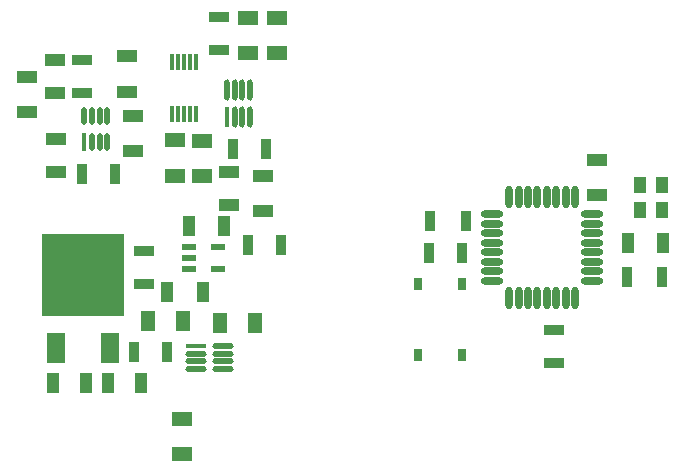
<source format=gtp>
G04*
G04 #@! TF.GenerationSoftware,Altium Limited,Altium Designer,24.5.2 (23)*
G04*
G04 Layer_Color=8421504*
%FSLAX44Y44*%
%MOMM*%
G71*
G04*
G04 #@! TF.SameCoordinates,4C0C2288-5299-42BB-A2D6-562D11BE746C*
G04*
G04*
G04 #@! TF.FilePolarity,Positive*
G04*
G01*
G75*
%ADD16R,1.0500X1.4500*%
%ADD17R,1.7000X1.1500*%
%ADD18R,0.8200X1.8200*%
%ADD19R,0.9500X1.7000*%
%ADD20R,1.8034X1.1176*%
G04:AMPARAMS|DCode=21|XSize=1.5052mm|YSize=0.4549mm|CornerRadius=0.2275mm|HoleSize=0mm|Usage=FLASHONLY|Rotation=90.000|XOffset=0mm|YOffset=0mm|HoleType=Round|Shape=RoundedRectangle|*
%AMROUNDEDRECTD21*
21,1,1.5052,0.0000,0,0,90.0*
21,1,1.0503,0.4549,0,0,90.0*
1,1,0.4549,0.0000,0.5252*
1,1,0.4549,0.0000,-0.5252*
1,1,0.4549,0.0000,-0.5252*
1,1,0.4549,0.0000,0.5252*
%
%ADD21ROUNDEDRECTD21*%
%ADD22R,0.4549X1.5052*%
%ADD23R,1.7500X1.1000*%
G04:AMPARAMS|DCode=24|XSize=1.8052mm|YSize=0.465mm|CornerRadius=0.2325mm|HoleSize=0mm|Usage=FLASHONLY|Rotation=90.000|XOffset=0mm|YOffset=0mm|HoleType=Round|Shape=RoundedRectangle|*
%AMROUNDEDRECTD24*
21,1,1.8052,0.0000,0,0,90.0*
21,1,1.3402,0.4650,0,0,90.0*
1,1,0.4650,0.0000,0.6701*
1,1,0.4650,0.0000,-0.6701*
1,1,0.4650,0.0000,-0.6701*
1,1,0.4650,0.0000,0.6701*
%
%ADD24ROUNDEDRECTD24*%
%ADD25R,0.4650X1.8052*%
%ADD26R,7.0000X7.0000*%
%ADD27R,1.5000X2.5000*%
%ADD28R,1.8200X1.0200*%
%ADD29R,1.7000X0.9500*%
%ADD30R,1.1176X1.8034*%
%ADD31R,1.1500X1.7000*%
%ADD32R,0.7500X1.0000*%
%ADD33R,1.8052X0.4650*%
G04:AMPARAMS|DCode=34|XSize=1.8052mm|YSize=0.465mm|CornerRadius=0.2325mm|HoleSize=0mm|Usage=FLASHONLY|Rotation=0.000|XOffset=0mm|YOffset=0mm|HoleType=Round|Shape=RoundedRectangle|*
%AMROUNDEDRECTD34*
21,1,1.8052,0.0000,0,0,0.0*
21,1,1.3402,0.4650,0,0,0.0*
1,1,0.4650,0.6701,0.0000*
1,1,0.4650,-0.6701,0.0000*
1,1,0.4650,-0.6701,0.0000*
1,1,0.4650,0.6701,0.0000*
%
%ADD34ROUNDEDRECTD34*%
%ADD35O,1.9500X0.6000*%
%ADD36O,0.6000X1.9500*%
%ADD37R,0.3000X1.4000*%
%ADD38R,1.0200X1.8200*%
%ADD39R,1.2000X0.6000*%
D16*
X566716Y258482D02*
D03*
Y236982D02*
D03*
X585216D02*
D03*
Y258482D02*
D03*
D17*
X196088Y295924D02*
D03*
Y265924D02*
D03*
X259334Y399810D02*
D03*
Y369810D02*
D03*
X234696Y400064D02*
D03*
Y370064D02*
D03*
X179070Y60720D02*
D03*
Y30720D02*
D03*
X172466Y266192D02*
D03*
Y296192D02*
D03*
D18*
X388860Y228092D02*
D03*
X418860D02*
D03*
X555230Y180848D02*
D03*
X585230D02*
D03*
D19*
X416082Y200914D02*
D03*
X388082D02*
D03*
X121950Y267716D02*
D03*
X93950D02*
D03*
X249712Y288798D02*
D03*
X221712D02*
D03*
X262666Y208026D02*
D03*
X234666D02*
D03*
X165892Y116840D02*
D03*
X137892D02*
D03*
D20*
X137160Y316992D02*
D03*
Y287020D02*
D03*
X132588Y367538D02*
D03*
Y337566D02*
D03*
X247396Y266192D02*
D03*
Y236220D02*
D03*
X47498Y350012D02*
D03*
Y320040D02*
D03*
X530098Y249682D02*
D03*
Y279654D02*
D03*
D21*
X95914Y316567D02*
D03*
X102414D02*
D03*
X108914D02*
D03*
X115414D02*
D03*
Y294557D02*
D03*
X108914D02*
D03*
X102414D02*
D03*
D22*
X95914D02*
D03*
D23*
X71374Y363982D02*
D03*
Y335982D02*
D03*
X218440Y269778D02*
D03*
Y241778D02*
D03*
D24*
X216766Y339240D02*
D03*
X223266D02*
D03*
X229766D02*
D03*
X236266D02*
D03*
Y316230D02*
D03*
X229766D02*
D03*
X223266D02*
D03*
D25*
X216766D02*
D03*
D26*
X94996Y182626D02*
D03*
D27*
X117996Y120126D02*
D03*
X71996D02*
D03*
D28*
X72390Y297210D02*
D03*
Y269210D02*
D03*
D29*
X94488Y364266D02*
D03*
Y336266D02*
D03*
X210312Y372588D02*
D03*
Y400588D02*
D03*
X146812Y202214D02*
D03*
Y174214D02*
D03*
X494030Y135442D02*
D03*
Y107442D02*
D03*
D30*
X184658Y223774D02*
D03*
X214630D02*
D03*
X196342Y167640D02*
D03*
X166370D02*
D03*
X585978Y209042D02*
D03*
X556006D02*
D03*
D31*
X210552Y141986D02*
D03*
X240552D02*
D03*
X179592Y143256D02*
D03*
X149592D02*
D03*
D32*
X378506Y114272D02*
D03*
Y174272D02*
D03*
X416006Y114272D02*
D03*
Y174272D02*
D03*
D33*
X190425Y122018D02*
D03*
D34*
Y115518D02*
D03*
Y109018D02*
D03*
Y102518D02*
D03*
X213435D02*
D03*
Y109018D02*
D03*
Y115518D02*
D03*
Y122018D02*
D03*
D35*
X526176Y177568D02*
D03*
Y185568D02*
D03*
Y193568D02*
D03*
Y201568D02*
D03*
Y209568D02*
D03*
Y217568D02*
D03*
Y225568D02*
D03*
Y233568D02*
D03*
X441176D02*
D03*
Y225568D02*
D03*
Y217568D02*
D03*
Y209568D02*
D03*
Y201568D02*
D03*
Y193568D02*
D03*
Y185568D02*
D03*
Y177568D02*
D03*
D36*
X511676Y248068D02*
D03*
X503676D02*
D03*
X495676D02*
D03*
X487676D02*
D03*
X479676D02*
D03*
X471676D02*
D03*
X463676D02*
D03*
X455676D02*
D03*
Y163068D02*
D03*
X463676D02*
D03*
X471676D02*
D03*
X479676D02*
D03*
X487676D02*
D03*
X495676D02*
D03*
X503676D02*
D03*
X511676D02*
D03*
D37*
X190594Y362614D02*
D03*
X185594D02*
D03*
X180594D02*
D03*
X175594D02*
D03*
X170594D02*
D03*
Y318614D02*
D03*
X175594D02*
D03*
X180594D02*
D03*
X185594D02*
D03*
X190594D02*
D03*
D38*
X97820Y90678D02*
D03*
X69820D02*
D03*
X116048Y90932D02*
D03*
X144048D02*
D03*
D39*
X184604Y206096D02*
D03*
Y196596D02*
D03*
Y187096D02*
D03*
X209604D02*
D03*
Y206096D02*
D03*
M02*

</source>
